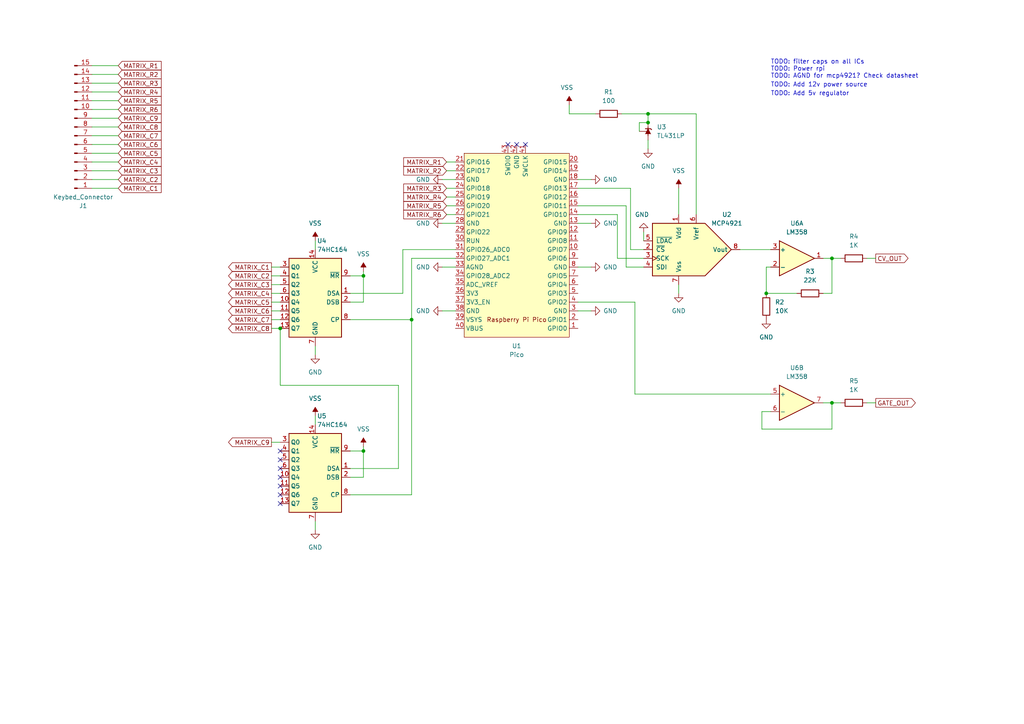
<source format=kicad_sch>
(kicad_sch (version 20211123) (generator eeschema)
  (paper "A4")
  (lib_symbols
    (symbol "74xx:74HC164"
      (property "Reference" "U" (at 1.905 -13.97 0))
      (property "Value" "74HC164" (at 1.905 -16.51 0))
      (symbol "74HC164_0_1"
        (rectangle (start 7.62 10.16) (end -7.62 -12.7) (stroke (width 0.254)) (fill (type background)))
      )
      (symbol "74HC164_1_1"
        (pin input line (at -10.16 0 0) (length 2.54) (name "DSA") (number "1"))
        (pin output line (at 10.16 -2.54 180) (length 2.54) (name "Q4") (number "10"))
        (pin output line (at 10.16 -5.08 180) (length 2.54) (name "Q5") (number "11"))
        (pin output line (at 10.16 -7.62 180) (length 2.54) (name "Q6") (number "12"))
        (pin output line (at 10.16 -10.16 180) (length 2.54) (name "Q7") (number "13"))
        (pin power_in line (at 0 12.7 270) (length 2.54) (name "VCC") (number "14"))
        (pin input line (at -10.16 -2.54 0) (length 2.54) (name "DSB") (number "2"))
        (pin output line (at 10.16 7.62 180) (length 2.54) (name "Q0") (number "3"))
        (pin output line (at 10.16 5.08 180) (length 2.54) (name "Q1") (number "4"))
        (pin output line (at 10.16 2.54 180) (length 2.54) (name "Q2") (number "5"))
        (pin output line (at 10.16 0 180) (length 2.54) (name "Q3") (number "6"))
        (pin power_in line (at 0 -15.24 90) (length 2.54) (name "GND") (number "7"))
        (pin input line (at -10.16 -7.62 0) (length 2.54) (name "CP") (number "8"))
        (pin input line (at -10.16 5.08 0) (length 2.54) (name "~{MR}") (number "9"))
      )
    )
    (symbol "Amplifier_Operational:LM358" (pin_names (offset 0.127))
      (property "Reference" "U" (at 0 5.08 0))
      (property "Value" "LM358" (at 0 -5.08 0))
      (symbol "LM358_1_1"
        (polyline (pts (xy -5.08 5.08) (xy 5.08 0) (xy -5.08 -5.08) (xy -5.08 5.08)) (stroke (width 0.254)) (fill (type background)))
        (pin output line (at 7.62 0 180) (length 2.54) (name "~") (number "1"))
        (pin input line (at -7.62 -2.54 0) (length 2.54) (name "-") (number "2"))
        (pin input line (at -7.62 2.54 0) (length 2.54) (name "+") (number "3"))
      )
      (symbol "LM358_2_1"
        (polyline (pts (xy -5.08 5.08) (xy 5.08 0) (xy -5.08 -5.08) (xy -5.08 5.08)) (stroke (width 0.254)) (fill (type background)))
        (pin input line (at -7.62 2.54 0) (length 2.54) (name "+") (number "5"))
        (pin input line (at -7.62 -2.54 0) (length 2.54) (name "-") (number "6"))
        (pin output line (at 7.62 0 180) (length 2.54) (name "~") (number "7"))
      )
      (symbol "LM358_3_1"
        (pin power_in line (at -2.54 -7.62 90) (length 3.81) (name "V-") (number "4"))
        (pin power_in line (at -2.54 7.62 270) (length 3.81) (name "V+") (number "8"))
      )
    )
    (symbol "Analog_DAC:MCP4921" (pin_names (offset 1.016))
      (property "Reference" "U" (at 6.35 10.795 0))
      (property "Value" "MCP4921" (at 6.35 8.89 0))
      (symbol "MCP4921_0_0"
        (polyline (pts (xy 15.24 0) (xy 7.62 7.62) (xy -7.62 7.62) (xy -7.62 -7.62) (xy 7.62 -7.62) (xy 15.24 0)) (stroke (width 0.254)) (fill (type background)))
      )
      (symbol "MCP4921_1_1"
        (pin power_in line (at 0 10.16 270) (length 2.54) (name "Vdd") (number "1"))
        (pin input line (at -10.16 0 0) (length 2.54) (name "~{CS}") (number "2"))
        (pin input clock (at -10.16 -2.54 0) (length 2.54) (name "SCK") (number "3"))
        (pin input line (at -10.16 -5.08 0) (length 2.54) (name "SDI") (number "4"))
        (pin input line (at -10.16 2.54 0) (length 2.54) (name "~{LDAC}") (number "5"))
        (pin power_in line (at 5.08 10.16 270) (length 2.54) (name "Vref") (number "6"))
        (pin power_in line (at 0 -10.16 90) (length 2.54) (name "Vss") (number "7"))
        (pin output line (at 17.78 0 180) (length 2.54) (name "Vout") (number "8"))
      )
    )
    (symbol "Connector:Conn_01x15_Male" (pin_names (offset 1.016) hide)
      (property "Reference" "J" (at 0 20.32 0))
      (property "Value" "Conn_01x15_Male" (at 0 -20.32 0))
      (symbol "Conn_01x15_Male_1_1"
        (polyline (pts (xy 1.27 -17.78) (xy 0.8636 -17.78)) (stroke (width 0.1524)))
        (polyline (pts (xy 1.27 -15.24) (xy 0.8636 -15.24)) (stroke (width 0.1524)))
        (polyline (pts (xy 1.27 -12.7) (xy 0.8636 -12.7)) (stroke (width 0.1524)))
        (polyline (pts (xy 1.27 -10.16) (xy 0.8636 -10.16)) (stroke (width 0.1524)))
        (polyline (pts (xy 1.27 -7.62) (xy 0.8636 -7.62)) (stroke (width 0.1524)))
        (polyline (pts (xy 1.27 -5.08) (xy 0.8636 -5.08)) (stroke (width 0.1524)))
        (polyline (pts (xy 1.27 -2.54) (xy 0.8636 -2.54)) (stroke (width 0.1524)))
        (polyline (pts (xy 1.27 0) (xy 0.8636 0)) (stroke (width 0.1524)))
        (polyline (pts (xy 1.27 2.54) (xy 0.8636 2.54)) (stroke (width 0.1524)))
        (polyline (pts (xy 1.27 5.08) (xy 0.8636 5.08)) (stroke (width 0.1524)))
        (polyline (pts (xy 1.27 7.62) (xy 0.8636 7.62)) (stroke (width 0.1524)))
        (polyline (pts (xy 1.27 10.16) (xy 0.8636 10.16)) (stroke (width 0.1524)))
        (polyline (pts (xy 1.27 12.7) (xy 0.8636 12.7)) (stroke (width 0.1524)))
        (polyline (pts (xy 1.27 15.24) (xy 0.8636 15.24)) (stroke (width 0.1524)))
        (polyline (pts (xy 1.27 17.78) (xy 0.8636 17.78)) (stroke (width 0.1524)))
        (rectangle (start 0.8636 -17.653) (end 0 -17.907) (stroke (width 0.1524)) (fill (type outline)))
        (rectangle (start 0.8636 -15.113) (end 0 -15.367) (stroke (width 0.1524)) (fill (type outline)))
        (rectangle (start 0.8636 -12.573) (end 0 -12.827) (stroke (width 0.1524)) (fill (type outline)))
        (rectangle (start 0.8636 -10.033) (end 0 -10.287) (stroke (width 0.1524)) (fill (type outline)))
        (rectangle (start 0.8636 -7.493) (end 0 -7.747) (stroke (width 0.1524)) (fill (type outline)))
        (rectangle (start 0.8636 -4.953) (end 0 -5.207) (stroke (width 0.1524)) (fill (type outline)))
        (rectangle (start 0.8636 -2.413) (end 0 -2.667) (stroke (width 0.1524)) (fill (type outline)))
        (rectangle (start 0.8636 0.127) (end 0 -0.127) (stroke (width 0.1524)) (fill (type outline)))
        (rectangle (start 0.8636 2.667) (end 0 2.413) (stroke (width 0.1524)) (fill (type outline)))
        (rectangle (start 0.8636 5.207) (end 0 4.953) (stroke (width 0.1524)) (fill (type outline)))
        (rectangle (start 0.8636 7.747) (end 0 7.493) (stroke (width 0.1524)) (fill (type outline)))
        (rectangle (start 0.8636 10.287) (end 0 10.033) (stroke (width 0.1524)) (fill (type outline)))
        (rectangle (start 0.8636 12.827) (end 0 12.573) (stroke (width 0.1524)) (fill (type outline)))
        (rectangle (start 0.8636 15.367) (end 0 15.113) (stroke (width 0.1524)) (fill (type outline)))
        (rectangle (start 0.8636 17.907) (end 0 17.653) (stroke (width 0.1524)) (fill (type outline)))
        (pin passive line (at 5.08 17.78 180) (length 3.81) (name "Pin_1") (number "1"))
        (pin passive line (at 5.08 -5.08 180) (length 3.81) (name "Pin_10") (number "10"))
        (pin passive line (at 5.08 -7.62 180) (length 3.81) (name "Pin_11") (number "11"))
        (pin passive line (at 5.08 -10.16 180) (length 3.81) (name "Pin_12") (number "12"))
        (pin passive line (at 5.08 -12.7 180) (length 3.81) (name "Pin_13") (number "13"))
        (pin passive line (at 5.08 -15.24 180) (length 3.81) (name "Pin_14") (number "14"))
        (pin passive line (at 5.08 -17.78 180) (length 3.81) (name "Pin_15") (number "15"))
        (pin passive line (at 5.08 15.24 180) (length 3.81) (name "Pin_2") (number "2"))
        (pin passive line (at 5.08 12.7 180) (length 3.81) (name "Pin_3") (number "3"))
        (pin passive line (at 5.08 10.16 180) (length 3.81) (name "Pin_4") (number "4"))
        (pin passive line (at 5.08 7.62 180) (length 3.81) (name "Pin_5") (number "5"))
        (pin passive line (at 5.08 5.08 180) (length 3.81) (name "Pin_6") (number "6"))
        (pin passive line (at 5.08 2.54 180) (length 3.81) (name "Pin_7") (number "7"))
        (pin passive line (at 5.08 0 180) (length 3.81) (name "Pin_8") (number "8"))
        (pin passive line (at 5.08 -2.54 180) (length 3.81) (name "Pin_9") (number "9"))
      )
    )
    (symbol "Device:R" (pin_numbers hide) (pin_names (offset 0))
      (property "Reference" "R" (at 2.032 0 90))
      (property "Value" "R" (at 0 0 90))
      (symbol "R_0_1"
        (rectangle (start -1.016 -2.54) (end 1.016 2.54) (stroke (width 0.254)))
      )
      (symbol "R_1_1"
        (pin passive line (at 0 3.81 270) (length 1.27) (name "~") (number "1"))
        (pin passive line (at 0 -3.81 90) (length 1.27) (name "~") (number "2"))
      )
    )
    (symbol "MCU_RaspberryPi_and_Boards:Pico"
      (property "Reference" "U" (at -13.97 27.94 0))
      (property "Value" "Pico" (at 0 19.05 0))
      (symbol "Pico_0_0"
        (text "Raspberry Pi Pico" (at 0 21.59 0) (effects (font (size 1.27 1.27))))
      )
      (symbol "Pico_0_1"
        (rectangle (start -15.24 26.67) (end 15.24 -26.67) (fill (type background)))
      )
      (symbol "Pico_1_1"
        (pin bidirectional line (at -17.78 24.13 0) (length 2.54) (name "GPIO0") (number "1"))
        (pin bidirectional line (at -17.78 1.27 0) (length 2.54) (name "GPIO7") (number "10"))
        (pin bidirectional line (at -17.78 -1.27 0) (length 2.54) (name "GPIO8") (number "11"))
        (pin bidirectional line (at -17.78 -3.81 0) (length 2.54) (name "GPIO9") (number "12"))
        (pin power_in line (at -17.78 -6.35 0) (length 2.54) (name "GND") (number "13"))
        (pin bidirectional line (at -17.78 -8.89 0) (length 2.54) (name "GPIO10") (number "14"))
        (pin bidirectional line (at -17.78 -11.43 0) (length 2.54) (name "GPIO11") (number "15"))
        (pin bidirectional line (at -17.78 -13.97 0) (length 2.54) (name "GPIO12") (number "16"))
        (pin bidirectional line (at -17.78 -16.51 0) (length 2.54) (name "GPIO13") (number "17"))
        (pin power_in line (at -17.78 -19.05 0) (length 2.54) (name "GND") (number "18"))
        (pin bidirectional line (at -17.78 -21.59 0) (length 2.54) (name "GPIO14") (number "19"))
        (pin bidirectional line (at -17.78 21.59 0) (length 2.54) (name "GPIO1") (number "2"))
        (pin bidirectional line (at -17.78 -24.13 0) (length 2.54) (name "GPIO15") (number "20"))
        (pin bidirectional line (at 17.78 -24.13 180) (length 2.54) (name "GPIO16") (number "21"))
        (pin bidirectional line (at 17.78 -21.59 180) (length 2.54) (name "GPIO17") (number "22"))
        (pin power_in line (at 17.78 -19.05 180) (length 2.54) (name "GND") (number "23"))
        (pin bidirectional line (at 17.78 -16.51 180) (length 2.54) (name "GPIO18") (number "24"))
        (pin bidirectional line (at 17.78 -13.97 180) (length 2.54) (name "GPIO19") (number "25"))
        (pin bidirectional line (at 17.78 -11.43 180) (length 2.54) (name "GPIO20") (number "26"))
        (pin bidirectional line (at 17.78 -8.89 180) (length 2.54) (name "GPIO21") (number "27"))
        (pin power_in line (at 17.78 -6.35 180) (length 2.54) (name "GND") (number "28"))
        (pin bidirectional line (at 17.78 -3.81 180) (length 2.54) (name "GPIO22") (number "29"))
        (pin power_in line (at -17.78 19.05 0) (length 2.54) (name "GND") (number "3"))
        (pin input line (at 17.78 -1.27 180) (length 2.54) (name "RUN") (number "30"))
        (pin bidirectional line (at 17.78 1.27 180) (length 2.54) (name "GPIO26_ADC0") (number "31"))
        (pin bidirectional line (at 17.78 3.81 180) (length 2.54) (name "GPIO27_ADC1") (number "32"))
        (pin power_in line (at 17.78 6.35 180) (length 2.54) (name "AGND") (number "33"))
        (pin bidirectional line (at 17.78 8.89 180) (length 2.54) (name "GPIO28_ADC2") (number "34"))
        (pin power_in line (at 17.78 11.43 180) (length 2.54) (name "ADC_VREF") (number "35"))
        (pin power_in line (at 17.78 13.97 180) (length 2.54) (name "3V3") (number "36"))
        (pin input line (at 17.78 16.51 180) (length 2.54) (name "3V3_EN") (number "37"))
        (pin bidirectional line (at 17.78 19.05 180) (length 2.54) (name "GND") (number "38"))
        (pin power_in line (at 17.78 21.59 180) (length 2.54) (name "VSYS") (number "39"))
        (pin bidirectional line (at -17.78 16.51 0) (length 2.54) (name "GPIO2") (number "4"))
        (pin power_in line (at 17.78 24.13 180) (length 2.54) (name "VBUS") (number "40"))
        (pin input line (at -2.54 -29.21 90) (length 2.54) (name "SWCLK") (number "41"))
        (pin power_in line (at 0 -29.21 90) (length 2.54) (name "GND") (number "42"))
        (pin bidirectional line (at 2.54 -29.21 90) (length 2.54) (name "SWDIO") (number "43"))
        (pin bidirectional line (at -17.78 13.97 0) (length 2.54) (name "GPIO3") (number "5"))
        (pin bidirectional line (at -17.78 11.43 0) (length 2.54) (name "GPIO4") (number "6"))
        (pin bidirectional line (at -17.78 8.89 0) (length 2.54) (name "GPIO5") (number "7"))
        (pin power_in line (at -17.78 6.35 0) (length 2.54) (name "GND") (number "8"))
        (pin bidirectional line (at -17.78 3.81 0) (length 2.54) (name "GPIO6") (number "9"))
      )
    )
    (symbol "Reference_Voltage:TL431LP" (pin_numbers hide) (pin_names hide)
      (property "Reference" "U" (at -2.54 2.54 0))
      (property "Value" "TL431LP" (at 0 -2.54 0))
      (symbol "TL431LP_0_1"
        (polyline (pts (xy -1.27 0) (xy 0 0) (xy 1.27 0)))
        (polyline (pts (xy -0.762 0.762) (xy 0.762 0) (xy -0.762 -0.762)) (fill (type outline)))
        (polyline (pts (xy 0.508 -1.016) (xy 0.762 -0.762) (xy 0.762 0.762) (xy 0.762 0.762)) (stroke (width 0.254)))
      )
      (symbol "TL431LP_1_1"
        (pin passive line (at 0 2.54 270) (length 2.54) (name "REF") (number "1"))
        (pin passive line (at -2.54 0 0) (length 2.54) (name "A") (number "2"))
        (pin passive line (at 2.54 0 180) (length 2.54) (name "K") (number "3"))
      )
    )
    (symbol "power:GND" (power) (pin_names (offset 0))
      (property "Value" "GND" (at 0 -3.81 0))
      (symbol "GND_0_1"
        (polyline (pts (xy 0 0) (xy 0 -1.27) (xy 1.27 -1.27) (xy 0 -2.54) (xy -1.27 -1.27) (xy 0 -1.27)))
      )
      (symbol "GND_1_1"
        (pin power_in line (at 0 0 270) (length 0) hide (name "GND") (number "1"))
      )
    )
    (symbol "power:VSS" (power) (pin_names (offset 0))
      (property "Value" "VSS" (at 0 3.81 0))
      (symbol "VSS_0_1"
        (polyline (pts (xy 0 0) (xy 0 2.54)))
        (polyline (pts (xy 0.762 1.27) (xy -0.762 1.27) (xy 0 2.54) (xy 0.762 1.27)) (fill (type outline)))
      )
      (symbol "VSS_1_1"
        (pin power_in line (at 0 0 90) (length 0) hide (name "VSS") (number "1"))
      )
    )
  )
  (junction (at 187.96 33.02))
  (junction (at 187.96 35.56))
  (junction (at 81.28 95.25))
  (junction (at 241.3 116.84))
  (junction (at 105.41 80.01))
  (junction (at 241.3 74.93))
  (junction (at 119.38 92.71))
  (junction (at 222.25 85.09))
  (junction (at 105.41 130.81))
  (no_connect (at 147.32 41.91))
  (no_connect (at 149.86 41.91))
  (no_connect (at 152.4 41.91))
  (no_connect (at 81.28 130.81))
  (no_connect (at 81.28 133.35))
  (no_connect (at 81.28 135.89))
  (no_connect (at 81.28 138.43))
  (no_connect (at 81.28 140.97))
  (no_connect (at 81.28 143.51))
  (no_connect (at 81.28 146.05))
  (wire (pts (xy 78.74 85.09) (xy 81.28 85.09)))
  (wire (pts (xy 78.74 87.63) (xy 81.28 87.63)))
  (wire (pts (xy 238.76 74.93) (xy 241.3 74.93)))
  (wire (pts (xy 241.3 85.09) (xy 238.76 85.09)))
  (wire (pts (xy 119.38 92.71) (xy 119.38 143.51)))
  (wire (pts (xy 241.3 124.46) (xy 241.3 116.84)))
  (wire (pts (xy 201.93 33.02) (xy 187.96 33.02)))
  (wire (pts (xy 101.6 87.63) (xy 105.41 87.63)))
  (wire (pts (xy 132.08 72.39) (xy 116.84 72.39)))
  (wire (pts (xy 171.45 90.17) (xy 167.64 90.17)))
  (wire (pts (xy 78.74 77.47) (xy 81.28 77.47)))
  (wire (pts (xy 129.54 59.69) (xy 132.08 59.69)))
  (wire (pts (xy 26.67 19.05) (xy 34.29 19.05)))
  (wire (pts (xy 179.07 74.93) (xy 186.69 74.93)))
  (wire (pts (xy 214.63 72.39) (xy 223.52 72.39)))
  (wire (pts (xy 26.67 41.91) (xy 34.29 41.91)))
  (wire (pts (xy 129.54 46.99) (xy 132.08 46.99)))
  (wire (pts (xy 179.07 62.23) (xy 179.07 74.93)))
  (wire (pts (xy 184.15 87.63) (xy 184.15 114.3)))
  (wire (pts (xy 26.67 44.45) (xy 34.29 44.45)))
  (wire (pts (xy 78.74 82.55) (xy 81.28 82.55)))
  (wire (pts (xy 128.27 52.07) (xy 132.08 52.07)))
  (wire (pts (xy 165.1 33.02) (xy 172.72 33.02)))
  (wire (pts (xy 223.52 119.38) (xy 220.98 119.38)))
  (wire (pts (xy 128.27 90.17) (xy 132.08 90.17)))
  (wire (pts (xy 26.67 54.61) (xy 34.29 54.61)))
  (wire (pts (xy 26.67 39.37) (xy 34.29 39.37)))
  (wire (pts (xy 26.67 31.75) (xy 34.29 31.75)))
  (wire (pts (xy 91.44 120.65) (xy 91.44 123.19)))
  (wire (pts (xy 78.74 80.01) (xy 81.28 80.01)))
  (wire (pts (xy 171.45 52.07) (xy 167.64 52.07)))
  (wire (pts (xy 26.67 46.99) (xy 34.29 46.99)))
  (wire (pts (xy 196.85 54.61) (xy 196.85 62.23)))
  (wire (pts (xy 105.41 87.63) (xy 105.41 80.01)))
  (wire (pts (xy 185.42 38.1) (xy 185.42 35.56)))
  (wire (pts (xy 165.1 30.48) (xy 165.1 33.02)))
  (wire (pts (xy 115.57 111.76) (xy 115.57 135.89)))
  (wire (pts (xy 101.6 130.81) (xy 105.41 130.81)))
  (wire (pts (xy 241.3 74.93) (xy 243.84 74.93)))
  (wire (pts (xy 182.88 54.61) (xy 182.88 72.39)))
  (wire (pts (xy 251.46 74.93) (xy 254 74.93)))
  (wire (pts (xy 101.6 80.01) (xy 105.41 80.01)))
  (wire (pts (xy 167.64 62.23) (xy 179.07 62.23)))
  (wire (pts (xy 129.54 57.15) (xy 132.08 57.15)))
  (wire (pts (xy 81.28 95.25) (xy 81.28 111.76)))
  (wire (pts (xy 222.25 77.47) (xy 222.25 85.09)))
  (wire (pts (xy 116.84 85.09) (xy 101.6 85.09)))
  (wire (pts (xy 81.28 111.76) (xy 115.57 111.76)))
  (wire (pts (xy 115.57 135.89) (xy 101.6 135.89)))
  (wire (pts (xy 78.74 90.17) (xy 81.28 90.17)))
  (wire (pts (xy 26.67 29.21) (xy 34.29 29.21)))
  (wire (pts (xy 171.45 77.47) (xy 167.64 77.47)))
  (wire (pts (xy 105.41 138.43) (xy 105.41 130.81)))
  (wire (pts (xy 119.38 92.71) (xy 101.6 92.71)))
  (wire (pts (xy 180.34 33.02) (xy 187.96 33.02)))
  (wire (pts (xy 101.6 138.43) (xy 105.41 138.43)))
  (wire (pts (xy 184.15 114.3) (xy 223.52 114.3)))
  (wire (pts (xy 132.08 74.93) (xy 119.38 74.93)))
  (wire (pts (xy 116.84 72.39) (xy 116.84 85.09)))
  (wire (pts (xy 187.96 43.18) (xy 187.96 40.64)))
  (wire (pts (xy 181.61 59.69) (xy 181.61 77.47)))
  (wire (pts (xy 167.64 54.61) (xy 182.88 54.61)))
  (wire (pts (xy 26.67 21.59) (xy 34.29 21.59)))
  (wire (pts (xy 241.3 116.84) (xy 243.84 116.84)))
  (wire (pts (xy 105.41 80.01) (xy 105.41 78.74)))
  (wire (pts (xy 167.64 59.69) (xy 181.61 59.69)))
  (wire (pts (xy 222.25 77.47) (xy 223.52 77.47)))
  (wire (pts (xy 78.74 92.71) (xy 81.28 92.71)))
  (wire (pts (xy 187.96 33.02) (xy 187.96 35.56)))
  (wire (pts (xy 26.67 36.83) (xy 34.29 36.83)))
  (wire (pts (xy 186.69 67.31) (xy 186.69 69.85)))
  (wire (pts (xy 26.67 49.53) (xy 34.29 49.53)))
  (wire (pts (xy 196.85 82.55) (xy 196.85 85.09)))
  (wire (pts (xy 181.61 77.47) (xy 186.69 77.47)))
  (wire (pts (xy 129.54 49.53) (xy 132.08 49.53)))
  (wire (pts (xy 119.38 74.93) (xy 119.38 92.71)))
  (wire (pts (xy 91.44 69.85) (xy 91.44 72.39)))
  (wire (pts (xy 91.44 100.33) (xy 91.44 102.87)))
  (wire (pts (xy 182.88 72.39) (xy 186.69 72.39)))
  (wire (pts (xy 171.45 64.77) (xy 167.64 64.77)))
  (wire (pts (xy 167.64 87.63) (xy 184.15 87.63)))
  (wire (pts (xy 185.42 35.56) (xy 187.96 35.56)))
  (wire (pts (xy 78.74 128.27) (xy 81.28 128.27)))
  (wire (pts (xy 251.46 116.84) (xy 254 116.84)))
  (wire (pts (xy 241.3 116.84) (xy 238.76 116.84)))
  (wire (pts (xy 201.93 62.23) (xy 201.93 33.02)))
  (wire (pts (xy 78.74 95.25) (xy 81.28 95.25)))
  (wire (pts (xy 26.67 34.29) (xy 34.29 34.29)))
  (wire (pts (xy 128.27 64.77) (xy 132.08 64.77)))
  (wire (pts (xy 128.27 77.47) (xy 132.08 77.47)))
  (wire (pts (xy 105.41 130.81) (xy 105.41 129.54)))
  (wire (pts (xy 26.67 26.67) (xy 34.29 26.67)))
  (wire (pts (xy 220.98 124.46) (xy 241.3 124.46)))
  (wire (pts (xy 241.3 74.93) (xy 241.3 85.09)))
  (wire (pts (xy 129.54 62.23) (xy 132.08 62.23)))
  (wire (pts (xy 91.44 151.13) (xy 91.44 153.67)))
  (wire (pts (xy 222.25 85.09) (xy 231.14 85.09)))
  (wire (pts (xy 220.98 119.38) (xy 220.98 124.46)))
  (wire (pts (xy 129.54 54.61) (xy 132.08 54.61)))
  (wire (pts (xy 26.67 24.13) (xy 34.29 24.13)))
  (wire (pts (xy 26.67 52.07) (xy 34.29 52.07)))
  (wire (pts (xy 119.38 143.51) (xy 101.6 143.51)))
  (text "TODO: Add 5v regulator" (at 223.52 27.94 0) (effects (font (size 1.27 1.27)) (justify left bottom)))
  (text "TODO: Add 12v power source" (at 223.52 25.4 0) (effects (font (size 1.27 1.27)) (justify left bottom)))
  (text "TODO: filter caps on all ICs\nTODO: Power rpi\nTODO: AGND for mcp4921? Check datasheet" (at 223.52 22.86 0) (effects (font (size 1.27 1.27)) (justify left bottom)))
  (global_label "MATRIX_C3" (shape output) (at 78.74 82.55 180) (property "Intersheet References" "${INTERSHEET_REFS}" (effects hide)))
  (global_label "MATRIX_R4" (shape input) (at 34.29 26.67 0) (property "Intersheet References" "${INTERSHEET_REFS}" (effects hide)))
  (global_label "MATRIX_C8" (shape output) (at 78.74 95.25 180) (property "Intersheet References" "${INTERSHEET_REFS}" (effects hide)))
  (global_label "MATRIX_R2" (shape input) (at 129.54 49.53 180) (property "Intersheet References" "${INTERSHEET_REFS}" (effects hide)))
  (global_label "MATRIX_R1" (shape input) (at 129.54 46.99 180) (property "Intersheet References" "${INTERSHEET_REFS}" (effects hide)))
  (global_label "CV_OUT" (shape output) (at 254 74.93 0) (property "Intersheet References" "${INTERSHEET_REFS}" (effects hide)))
  (global_label "MATRIX_R3" (shape input) (at 34.29 24.13 0) (property "Intersheet References" "${INTERSHEET_REFS}" (effects hide)))
  (global_label "MATRIX_C2" (shape output) (at 78.74 80.01 180) (property "Intersheet References" "${INTERSHEET_REFS}" (effects hide)))
  (global_label "MATRIX_C1" (shape output) (at 78.74 77.47 180) (property "Intersheet References" "${INTERSHEET_REFS}" (effects hide)))
  (global_label "MATRIX_R2" (shape input) (at 34.29 21.59 0) (property "Intersheet References" "${INTERSHEET_REFS}" (effects hide)))
  (global_label "MATRIX_R4" (shape input) (at 129.54 57.15 180) (property "Intersheet References" "${INTERSHEET_REFS}" (effects hide)))
  (global_label "MATRIX_C7" (shape input) (at 34.29 39.37 0) (property "Intersheet References" "${INTERSHEET_REFS}" (effects hide)))
  (global_label "MATRIX_C9" (shape output) (at 78.74 128.27 180) (property "Intersheet References" "${INTERSHEET_REFS}" (effects hide)))
  (global_label "MATRIX_C3" (shape input) (at 34.29 49.53 0) (property "Intersheet References" "${INTERSHEET_REFS}" (effects hide)))
  (global_label "MATRIX_C9" (shape input) (at 34.29 34.29 0) (property "Intersheet References" "${INTERSHEET_REFS}" (effects hide)))
  (global_label "MATRIX_R6" (shape input) (at 129.54 62.23 180) (property "Intersheet References" "${INTERSHEET_REFS}" (effects hide)))
  (global_label "MATRIX_C5" (shape input) (at 34.29 44.45 0) (property "Intersheet References" "${INTERSHEET_REFS}" (effects hide)))
  (global_label "MATRIX_C6" (shape input) (at 34.29 41.91 0) (property "Intersheet References" "${INTERSHEET_REFS}" (effects hide)))
  (global_label "MATRIX_R5" (shape input) (at 34.29 29.21 0) (property "Intersheet References" "${INTERSHEET_REFS}" (effects hide)))
  (global_label "MATRIX_C1" (shape input) (at 34.29 54.61 0) (property "Intersheet References" "${INTERSHEET_REFS}" (effects hide)))
  (global_label "GATE_OUT" (shape output) (at 254 116.84 0) (property "Intersheet References" "${INTERSHEET_REFS}" (effects hide)))
  (global_label "MATRIX_C4" (shape output) (at 78.74 85.09 180) (property "Intersheet References" "${INTERSHEET_REFS}" (effects hide)))
  (global_label "MATRIX_R6" (shape input) (at 34.29 31.75 0) (property "Intersheet References" "${INTERSHEET_REFS}" (effects hide)))
  (global_label "MATRIX_C6" (shape output) (at 78.74 90.17 180) (property "Intersheet References" "${INTERSHEET_REFS}" (effects hide)))
  (global_label "MATRIX_R5" (shape input) (at 129.54 59.69 180) (property "Intersheet References" "${INTERSHEET_REFS}" (effects hide)))
  (global_label "MATRIX_C7" (shape output) (at 78.74 92.71 180) (property "Intersheet References" "${INTERSHEET_REFS}" (effects hide)))
  (global_label "MATRIX_R3" (shape input) (at 129.54 54.61 180) (property "Intersheet References" "${INTERSHEET_REFS}" (effects hide)))
  (global_label "MATRIX_C8" (shape input) (at 34.29 36.83 0) (property "Intersheet References" "${INTERSHEET_REFS}" (effects hide)))
  (global_label "MATRIX_C2" (shape input) (at 34.29 52.07 0) (property "Intersheet References" "${INTERSHEET_REFS}" (effects hide)))
  (global_label "MATRIX_C5" (shape output) (at 78.74 87.63 180) (property "Intersheet References" "${INTERSHEET_REFS}" (effects hide)))
  (global_label "MATRIX_C4" (shape input) (at 34.29 46.99 0) (property "Intersheet References" "${INTERSHEET_REFS}" (effects hide)))
  (global_label "MATRIX_R1" (shape input) (at 34.29 19.05 0) (property "Intersheet References" "${INTERSHEET_REFS}" (effects hide)))
  (symbol (lib_id "Amplifier_Operational:LM358") (at 231.14 116.84 0) (unit 2)
    (property "Reference" "U6" (at 231.14 106.68 0))
    (property "Value" "LM358" (at 231.14 109.22 0))
    (property "Datasheet" "http://www.ti.com/lit/ds/symlink/lm2904-n.pdf" (effects hide))
  )
  (symbol (lib_id "Connector:Conn_01x15_Male") (at 21.59 36.83 0) (mirror x) (unit 1)
    (property "Reference" "J1" (at 24.13 59.69 0))
    (property "Value" "Keybed_Connector" (at 24.13 57.15 0))
  )
  (symbol (lib_id "power:GND") (at 91.44 102.87 0) (unit 1)
    (property "Reference" "#PWR?" (effects hide))
    (property "Value" "GND" (at 91.44 107.95 0))
  )
  (symbol (lib_id "power:GND") (at 128.27 90.17 270) (unit 1)
    (property "Reference" "#PWR?" (effects hide))
    (property "Value" "GND" (at 120.65 90.17 90) (effects (justify left)))
  )
  (symbol (lib_id "power:GND") (at 128.27 64.77 270) (unit 1)
    (property "Reference" "#PWR?" (effects hide))
    (property "Value" "GND" (at 120.65 64.77 90) (effects (justify left)))
  )
  (symbol (lib_id "power:GND") (at 196.85 85.09 0) (unit 1)
    (property "Reference" "#PWR?" (effects hide))
    (property "Value" "GND" (at 196.85 90.17 0))
  )
  (symbol (lib_id "power:GND") (at 171.45 77.47 90) (mirror x) (unit 1)
    (property "Reference" "#PWR?" (effects hide))
    (property "Value" "GND" (at 179.07 77.47 90) (effects (justify left)))
  )
  (symbol (lib_id "power:VSS") (at 105.41 78.74 0) (unit 1)
    (property "Reference" "#PWR?" (effects hide))
    (property "Value" "VSS" (at 105.41 73.66 0))
  )
  (symbol (lib_id "power:VSS") (at 196.85 54.61 0) (unit 1)
    (property "Reference" "#PWR?" (effects hide))
    (property "Value" "VSS" (at 196.85 49.53 0))
  )
  (symbol (lib_id "MCU_RaspberryPi_and_Boards:Pico") (at 149.86 71.12 180) (unit 1)
    (property "Reference" "U1" (at 149.86 100.33 0))
    (property "Value" "Pico" (at 149.86 102.87 0))
    (property "Footprint" "RPi_Pico:RPi_Pico_SMD_TH" (effects hide))
  )
  (symbol (lib_id "power:VSS") (at 105.41 129.54 0) (unit 1)
    (property "Reference" "#PWR?" (effects hide))
    (property "Value" "VSS" (at 105.41 124.46 0))
  )
  (symbol (lib_id "74xx:74HC164") (at 91.44 135.89 0) (mirror y) (unit 1)
    (property "Reference" "U5" (at 91.9606 120.65 0) (effects (justify right)))
    (property "Value" "74HC164" (at 91.9606 123.19 0) (effects (justify right)))
    (property "Datasheet" "https://assets.nexperia.com/documents/data-sheet/74HC_HCT164.pdf" (effects hide))
  )
  (symbol (lib_id "power:GND") (at 187.96 43.18 0) (unit 1)
    (property "Reference" "#PWR?" (effects hide))
    (property "Value" "GND" (at 187.96 48.26 0))
  )
  (symbol (lib_id "power:GND") (at 171.45 52.07 90) (mirror x) (unit 1)
    (property "Reference" "#PWR?" (effects hide))
    (property "Value" "GND" (at 179.07 52.07 90) (effects (justify left)))
  )
  (symbol (lib_id "Device:R") (at 247.65 74.93 90) (unit 1)
    (property "Reference" "R4" (at 247.65 68.58 90))
    (property "Value" "1K" (at 247.65 71.12 90))
  )
  (symbol (lib_id "Device:R") (at 222.25 88.9 0) (unit 1)
    (property "Reference" "R2" (at 224.79 87.6299 0) (effects (justify left)))
    (property "Value" "10K" (at 224.79 90.1699 0) (effects (justify left)))
  )
  (symbol (lib_id "Device:R") (at 176.53 33.02 270) (unit 1)
    (property "Reference" "R1" (at 176.53 26.67 90))
    (property "Value" "100" (at 176.53 29.21 90))
  )
  (symbol (lib_id "Amplifier_Operational:LM358") (at 231.14 74.93 0) (unit 1)
    (property "Reference" "U6" (at 231.14 64.77 0))
    (property "Value" "LM358" (at 231.14 67.31 0))
    (property "Datasheet" "http://www.ti.com/lit/ds/symlink/lm2904-n.pdf" (effects hide))
  )
  (symbol (lib_id "power:GND") (at 171.45 64.77 90) (mirror x) (unit 1)
    (property "Reference" "#PWR?" (effects hide))
    (property "Value" "GND" (at 179.07 64.77 90) (effects (justify left)))
  )
  (symbol (lib_id "power:VSS") (at 165.1 30.48 0) (unit 1)
    (property "Reference" "#PWR?" (effects hide))
    (property "Value" "VSS" (at 162.56 25.4 0) (effects (justify left)))
  )
  (symbol (lib_id "74xx:74HC164") (at 91.44 85.09 0) (mirror y) (unit 1)
    (property "Reference" "U4" (at 91.9606 69.85 0) (effects (justify right)))
    (property "Value" "74HC164" (at 91.9606 72.39 0) (effects (justify right)))
    (property "Datasheet" "https://assets.nexperia.com/documents/data-sheet/74HC_HCT164.pdf" (effects hide))
  )
  (symbol (lib_id "Reference_Voltage:TL431LP") (at 187.96 38.1 90) (unit 1)
    (property "Reference" "U3" (at 190.5 36.8299 90) (effects (justify right)))
    (property "Value" "TL431LP" (at 190.5 39.3699 90) (effects (justify right)))
    (property "Footprint" "Package_TO_SOT_THT:TO-92_Inline" (effects hide))
    (property "Datasheet" "http://www.ti.com/lit/ds/symlink/tl431.pdf" (effects hide))
  )
  (symbol (lib_id "Device:R") (at 247.65 116.84 90) (unit 1)
    (property "Reference" "R5" (at 247.65 110.49 90))
    (property "Value" "1K" (at 247.65 113.03 90))
  )
  (symbol (lib_id "power:GND") (at 128.27 52.07 270) (unit 1)
    (property "Reference" "#PWR?" (effects hide))
    (property "Value" "GND" (at 120.65 52.07 90) (effects (justify left)))
  )
  (symbol (lib_id "Device:R") (at 234.95 85.09 90) (unit 1)
    (property "Reference" "R3" (at 234.95 78.74 90))
    (property "Value" "22K" (at 234.95 81.28 90))
  )
  (symbol (lib_id "power:GND") (at 222.25 92.71 0) (unit 1)
    (property "Reference" "#PWR?" (effects hide))
    (property "Value" "GND" (at 222.25 97.79 0))
  )
  (symbol (lib_id "power:VSS") (at 91.44 69.85 0) (unit 1)
    (property "Reference" "#PWR?" (effects hide))
    (property "Value" "VSS" (at 91.44 64.77 0))
  )
  (symbol (lib_id "power:VSS") (at 91.44 120.65 0) (unit 1)
    (property "Reference" "#PWR?" (effects hide))
    (property "Value" "VSS" (at 91.44 115.57 0))
  )
  (symbol (lib_id "Analog_DAC:MCP4921") (at 196.85 72.39 0) (unit 1)
    (property "Reference" "U2" (at 210.82 62.23 0))
    (property "Value" "MCP4921" (at 210.82 64.77 0))
    (property "Datasheet" "http://ww1.microchip.com/downloads/en/DeviceDoc/22248a.pdf" (effects hide))
  )
  (symbol (lib_id "power:GND") (at 186.69 67.31 180) (unit 1)
    (property "Reference" "#PWR?" (effects hide))
    (property "Value" "GND" (at 184.15 62.23 0) (effects (justify right)))
  )
  (symbol (lib_id "power:GND") (at 171.45 90.17 90) (mirror x) (unit 1)
    (property "Reference" "#PWR?" (effects hide))
    (property "Value" "GND" (at 179.07 90.17 90) (effects (justify left)))
  )
  (symbol (lib_id "power:GND") (at 128.27 77.47 270) (unit 1)
    (property "Reference" "#PWR?" (effects hide))
    (property "Value" "GND" (at 120.65 77.47 90) (effects (justify left)))
  )
  (symbol (lib_id "power:GND") (at 91.44 153.67 0) (unit 1)
    (property "Reference" "#PWR?" (effects hide))
    (property "Value" "GND" (at 91.44 158.75 0))
  )
)
</source>
